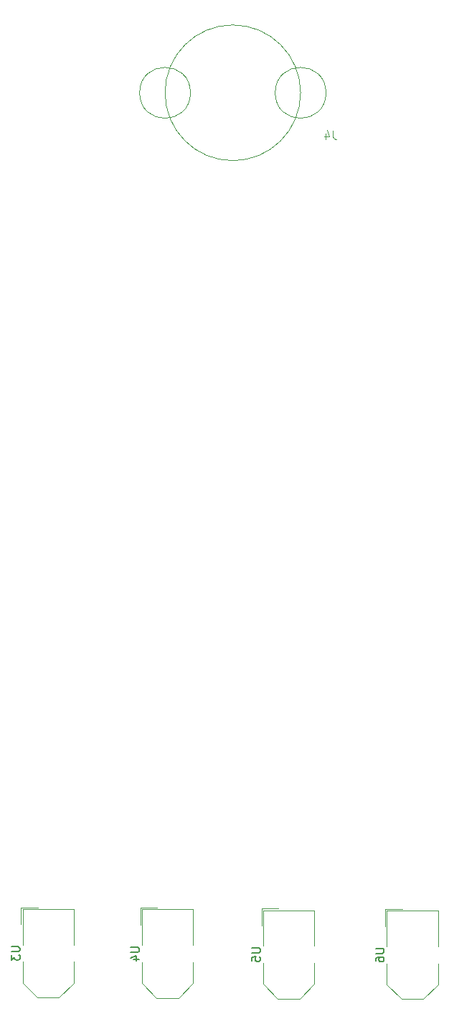
<source format=gbo>
%TF.GenerationSoftware,KiCad,Pcbnew,9.0.2-9.0.2-0~ubuntu24.04.1*%
%TF.CreationDate,2025-07-04T20:19:56-04:00*%
%TF.ProjectId,PCBbot,50434262-6f74-42e6-9b69-6361645f7063,rev?*%
%TF.SameCoordinates,Original*%
%TF.FileFunction,Legend,Bot*%
%TF.FilePolarity,Positive*%
%FSLAX46Y46*%
G04 Gerber Fmt 4.6, Leading zero omitted, Abs format (unit mm)*
G04 Created by KiCad (PCBNEW 9.0.2-9.0.2-0~ubuntu24.04.1) date 2025-07-04 20:19:56*
%MOMM*%
%LPD*%
G01*
G04 APERTURE LIST*
%ADD10C,0.150000*%
%ADD11C,0.100000*%
%ADD12C,0.120000*%
G04 APERTURE END LIST*
D10*
X92954819Y-137738095D02*
X93764342Y-137738095D01*
X93764342Y-137738095D02*
X93859580Y-137785714D01*
X93859580Y-137785714D02*
X93907200Y-137833333D01*
X93907200Y-137833333D02*
X93954819Y-137928571D01*
X93954819Y-137928571D02*
X93954819Y-138119047D01*
X93954819Y-138119047D02*
X93907200Y-138214285D01*
X93907200Y-138214285D02*
X93859580Y-138261904D01*
X93859580Y-138261904D02*
X93764342Y-138309523D01*
X93764342Y-138309523D02*
X92954819Y-138309523D01*
X93288152Y-139214285D02*
X93954819Y-139214285D01*
X92907200Y-138976190D02*
X93621485Y-138738095D01*
X93621485Y-138738095D02*
X93621485Y-139357142D01*
X121854819Y-137888095D02*
X122664342Y-137888095D01*
X122664342Y-137888095D02*
X122759580Y-137935714D01*
X122759580Y-137935714D02*
X122807200Y-137983333D01*
X122807200Y-137983333D02*
X122854819Y-138078571D01*
X122854819Y-138078571D02*
X122854819Y-138269047D01*
X122854819Y-138269047D02*
X122807200Y-138364285D01*
X122807200Y-138364285D02*
X122759580Y-138411904D01*
X122759580Y-138411904D02*
X122664342Y-138459523D01*
X122664342Y-138459523D02*
X121854819Y-138459523D01*
X121854819Y-139364285D02*
X121854819Y-139173809D01*
X121854819Y-139173809D02*
X121902438Y-139078571D01*
X121902438Y-139078571D02*
X121950057Y-139030952D01*
X121950057Y-139030952D02*
X122092914Y-138935714D01*
X122092914Y-138935714D02*
X122283390Y-138888095D01*
X122283390Y-138888095D02*
X122664342Y-138888095D01*
X122664342Y-138888095D02*
X122759580Y-138935714D01*
X122759580Y-138935714D02*
X122807200Y-138983333D01*
X122807200Y-138983333D02*
X122854819Y-139078571D01*
X122854819Y-139078571D02*
X122854819Y-139269047D01*
X122854819Y-139269047D02*
X122807200Y-139364285D01*
X122807200Y-139364285D02*
X122759580Y-139411904D01*
X122759580Y-139411904D02*
X122664342Y-139459523D01*
X122664342Y-139459523D02*
X122426247Y-139459523D01*
X122426247Y-139459523D02*
X122331009Y-139411904D01*
X122331009Y-139411904D02*
X122283390Y-139364285D01*
X122283390Y-139364285D02*
X122235771Y-139269047D01*
X122235771Y-139269047D02*
X122235771Y-139078571D01*
X122235771Y-139078571D02*
X122283390Y-138983333D01*
X122283390Y-138983333D02*
X122331009Y-138935714D01*
X122331009Y-138935714D02*
X122426247Y-138888095D01*
X78854819Y-137688095D02*
X79664342Y-137688095D01*
X79664342Y-137688095D02*
X79759580Y-137735714D01*
X79759580Y-137735714D02*
X79807200Y-137783333D01*
X79807200Y-137783333D02*
X79854819Y-137878571D01*
X79854819Y-137878571D02*
X79854819Y-138069047D01*
X79854819Y-138069047D02*
X79807200Y-138164285D01*
X79807200Y-138164285D02*
X79759580Y-138211904D01*
X79759580Y-138211904D02*
X79664342Y-138259523D01*
X79664342Y-138259523D02*
X78854819Y-138259523D01*
X78854819Y-138640476D02*
X78854819Y-139259523D01*
X78854819Y-139259523D02*
X79235771Y-138926190D01*
X79235771Y-138926190D02*
X79235771Y-139069047D01*
X79235771Y-139069047D02*
X79283390Y-139164285D01*
X79283390Y-139164285D02*
X79331009Y-139211904D01*
X79331009Y-139211904D02*
X79426247Y-139259523D01*
X79426247Y-139259523D02*
X79664342Y-139259523D01*
X79664342Y-139259523D02*
X79759580Y-139211904D01*
X79759580Y-139211904D02*
X79807200Y-139164285D01*
X79807200Y-139164285D02*
X79854819Y-139069047D01*
X79854819Y-139069047D02*
X79854819Y-138783333D01*
X79854819Y-138783333D02*
X79807200Y-138688095D01*
X79807200Y-138688095D02*
X79759580Y-138640476D01*
D11*
X116833333Y-41457419D02*
X116833333Y-42171704D01*
X116833333Y-42171704D02*
X116880952Y-42314561D01*
X116880952Y-42314561D02*
X116976190Y-42409800D01*
X116976190Y-42409800D02*
X117119047Y-42457419D01*
X117119047Y-42457419D02*
X117214285Y-42457419D01*
X115928571Y-41790752D02*
X115928571Y-42457419D01*
X116166666Y-41409800D02*
X116404761Y-42124085D01*
X116404761Y-42124085D02*
X115785714Y-42124085D01*
D10*
X107254819Y-137838095D02*
X108064342Y-137838095D01*
X108064342Y-137838095D02*
X108159580Y-137885714D01*
X108159580Y-137885714D02*
X108207200Y-137933333D01*
X108207200Y-137933333D02*
X108254819Y-138028571D01*
X108254819Y-138028571D02*
X108254819Y-138219047D01*
X108254819Y-138219047D02*
X108207200Y-138314285D01*
X108207200Y-138314285D02*
X108159580Y-138361904D01*
X108159580Y-138361904D02*
X108064342Y-138409523D01*
X108064342Y-138409523D02*
X107254819Y-138409523D01*
X107254819Y-139361904D02*
X107254819Y-138885714D01*
X107254819Y-138885714D02*
X107731009Y-138838095D01*
X107731009Y-138838095D02*
X107683390Y-138885714D01*
X107683390Y-138885714D02*
X107635771Y-138980952D01*
X107635771Y-138980952D02*
X107635771Y-139219047D01*
X107635771Y-139219047D02*
X107683390Y-139314285D01*
X107683390Y-139314285D02*
X107731009Y-139361904D01*
X107731009Y-139361904D02*
X107826247Y-139409523D01*
X107826247Y-139409523D02*
X108064342Y-139409523D01*
X108064342Y-139409523D02*
X108159580Y-139361904D01*
X108159580Y-139361904D02*
X108207200Y-139314285D01*
X108207200Y-139314285D02*
X108254819Y-139219047D01*
X108254819Y-139219047D02*
X108254819Y-138980952D01*
X108254819Y-138980952D02*
X108207200Y-138885714D01*
X108207200Y-138885714D02*
X108159580Y-138838095D01*
D11*
%TO.C,U4*%
X94090000Y-133090000D02*
X94090000Y-135090000D01*
X94090000Y-133090000D02*
X96090000Y-133090000D01*
D12*
X94290000Y-133290000D02*
X94290000Y-137500000D01*
X94290000Y-133290000D02*
X100310000Y-133290000D01*
X94290000Y-139500000D02*
X94290000Y-141995000D01*
X96004500Y-143710000D02*
X94290000Y-141995000D01*
X98590000Y-143710000D02*
X96004500Y-143710000D01*
X98590000Y-143710000D02*
X100310000Y-141990000D01*
X100310000Y-133290000D02*
X100310000Y-137500000D01*
X100310000Y-139500000D02*
X100310000Y-141990000D01*
D11*
%TO.C,U6*%
X122990000Y-133240000D02*
X122990000Y-135240000D01*
X122990000Y-133240000D02*
X124990000Y-133240000D01*
D12*
X123190000Y-133440000D02*
X123190000Y-137650000D01*
X123190000Y-133440000D02*
X129210000Y-133440000D01*
X123190000Y-139650000D02*
X123190000Y-142145000D01*
X124904500Y-143860000D02*
X123190000Y-142145000D01*
X127490000Y-143860000D02*
X124904500Y-143860000D01*
X127490000Y-143860000D02*
X129210000Y-142140000D01*
X129210000Y-133440000D02*
X129210000Y-137650000D01*
X129210000Y-139650000D02*
X129210000Y-142140000D01*
D11*
%TO.C,U3*%
X79990000Y-133040000D02*
X79990000Y-135040000D01*
X79990000Y-133040000D02*
X81990000Y-133040000D01*
D12*
X80190000Y-133240000D02*
X80190000Y-137450000D01*
X80190000Y-133240000D02*
X86210000Y-133240000D01*
X80190000Y-139450000D02*
X80190000Y-141945000D01*
X81904500Y-143660000D02*
X80190000Y-141945000D01*
X84490000Y-143660000D02*
X81904500Y-143660000D01*
X84490000Y-143660000D02*
X86210000Y-141940000D01*
X86210000Y-133240000D02*
X86210000Y-137450000D01*
X86210000Y-139450000D02*
X86210000Y-141940000D01*
D11*
%TO.C,J4*%
X100000000Y-37000000D02*
G75*
G02*
X94000000Y-37000000I-3000000J0D01*
G01*
X94000000Y-37000000D02*
G75*
G02*
X100000000Y-37000000I3000000J0D01*
G01*
X113000000Y-37000000D02*
G75*
G02*
X97000000Y-37000000I-8000000J0D01*
G01*
X97000000Y-37000000D02*
G75*
G02*
X113000000Y-37000000I8000000J0D01*
G01*
X116000000Y-37000000D02*
G75*
G02*
X110000000Y-37000000I-3000000J0D01*
G01*
X110000000Y-37000000D02*
G75*
G02*
X116000000Y-37000000I3000000J0D01*
G01*
%TO.C,U5*%
X108390000Y-133190000D02*
X108390000Y-135190000D01*
X108390000Y-133190000D02*
X110390000Y-133190000D01*
D12*
X108590000Y-133390000D02*
X108590000Y-137600000D01*
X108590000Y-133390000D02*
X114610000Y-133390000D01*
X108590000Y-139600000D02*
X108590000Y-142095000D01*
X110304500Y-143810000D02*
X108590000Y-142095000D01*
X112890000Y-143810000D02*
X110304500Y-143810000D01*
X112890000Y-143810000D02*
X114610000Y-142090000D01*
X114610000Y-133390000D02*
X114610000Y-137600000D01*
X114610000Y-139600000D02*
X114610000Y-142090000D01*
%TD*%
M02*

</source>
